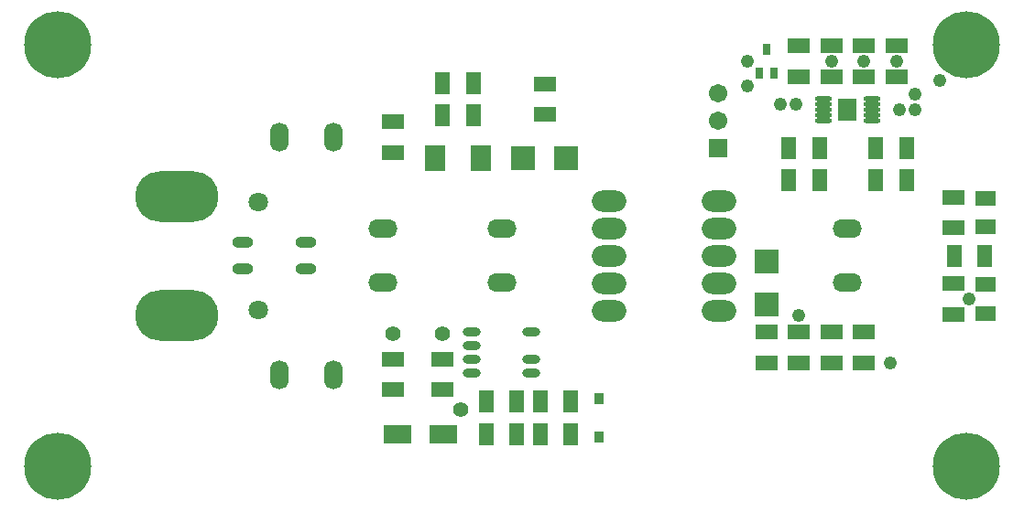
<source format=gts>
%FSLAX25Y25*%
%MOIN*%
G70*
G01*
G75*
G04 Layer_Color=8388736*
%ADD10R,0.02165X0.03150*%
%ADD11R,0.07087X0.04921*%
%ADD12O,0.05315X0.01181*%
%ADD13R,0.06181X0.07402*%
%ADD14R,0.04921X0.07087*%
%ADD15R,0.06496X0.04724*%
%ADD16R,0.02756X0.03150*%
%ADD17R,0.07874X0.07874*%
%ADD18R,0.07874X0.07874*%
%ADD19R,0.06378X0.08583*%
%ADD20O,0.06890X0.03347*%
%ADD21O,0.05709X0.02362*%
%ADD22R,0.09252X0.06299*%
%ADD23C,0.02000*%
%ADD24C,0.01000*%
%ADD25C,0.03000*%
%ADD26C,0.04000*%
%ADD27C,0.05000*%
%ADD28C,0.05906*%
%ADD29R,0.05906X0.05906*%
%ADD30C,0.23622*%
%ADD31O,0.09843X0.05906*%
%ADD32O,0.05906X0.09843*%
%ADD33C,0.06299*%
%ADD34O,0.11811X0.06890*%
%ADD35O,0.29528X0.17716*%
%ADD36C,0.04000*%
%ADD37C,0.02362*%
%ADD38C,0.04724*%
%ADD39C,0.00984*%
%ADD40C,0.00394*%
%ADD41C,0.01969*%
%ADD42C,0.02362*%
%ADD43C,0.00787*%
%ADD44R,0.02965X0.03950*%
%ADD45R,0.07887X0.05721*%
%ADD46O,0.06115X0.01981*%
%ADD47R,0.06981X0.08202*%
%ADD48R,0.05721X0.07887*%
%ADD49R,0.07296X0.05524*%
%ADD50R,0.03556X0.03950*%
%ADD51R,0.08674X0.08674*%
%ADD52R,0.08674X0.08674*%
%ADD53R,0.07178X0.09383*%
%ADD54O,0.07690X0.04147*%
%ADD55O,0.06509X0.03162*%
%ADD56R,0.10052X0.07099*%
%ADD57C,0.06706*%
%ADD58R,0.06706X0.06706*%
%ADD59C,0.24422*%
%ADD60O,0.10642X0.06706*%
%ADD61O,0.06706X0.10642*%
%ADD62C,0.07099*%
%ADD63O,0.12611X0.07690*%
%ADD64O,0.30328X0.18517*%
%ADD65C,0.04800*%
%ADD66C,0.03162*%
%ADD67C,0.05524*%
D44*
X269685Y163681D02*
D03*
X272244Y155217D02*
D03*
X267126D02*
D03*
D45*
X281496Y165059D02*
D03*
Y153839D02*
D03*
X293307D02*
D03*
Y165059D02*
D03*
X305118Y153839D02*
D03*
Y165059D02*
D03*
X316929Y153839D02*
D03*
Y165059D02*
D03*
X337598Y109941D02*
D03*
Y98721D02*
D03*
Y67224D02*
D03*
Y78445D02*
D03*
X305118Y49508D02*
D03*
Y60728D02*
D03*
X293307D02*
D03*
Y49508D02*
D03*
X281496Y49508D02*
D03*
Y60728D02*
D03*
X269685Y60728D02*
D03*
Y49508D02*
D03*
X188976Y140059D02*
D03*
Y151280D02*
D03*
X151575Y50886D02*
D03*
Y39665D02*
D03*
X133858Y50886D02*
D03*
Y39665D02*
D03*
Y137500D02*
D03*
Y126280D02*
D03*
D46*
X290453Y137795D02*
D03*
Y141732D02*
D03*
Y139764D02*
D03*
Y145669D02*
D03*
Y143701D02*
D03*
X307972D02*
D03*
Y137795D02*
D03*
Y141732D02*
D03*
Y139764D02*
D03*
Y145669D02*
D03*
D47*
X299213Y141732D02*
D03*
D48*
X277854Y116142D02*
D03*
X289075D02*
D03*
X277854Y127953D02*
D03*
X289075D02*
D03*
X309350D02*
D03*
X320571D02*
D03*
X309350Y116142D02*
D03*
X320571D02*
D03*
X337894Y88583D02*
D03*
X349114D02*
D03*
X151870Y151575D02*
D03*
X163091D02*
D03*
X151870Y139764D02*
D03*
X163091D02*
D03*
X198524Y35433D02*
D03*
X187303D02*
D03*
X178839D02*
D03*
X167618D02*
D03*
X198524Y23622D02*
D03*
X187303D02*
D03*
X178839D02*
D03*
X167618D02*
D03*
D49*
X349410Y78051D02*
D03*
Y67618D02*
D03*
Y109547D02*
D03*
Y99114D02*
D03*
D50*
X208661Y22638D02*
D03*
Y36417D02*
D03*
D51*
X269685Y86614D02*
D03*
Y70866D02*
D03*
D52*
X181102Y124016D02*
D03*
X196850D02*
D03*
D53*
X149173D02*
D03*
X165787D02*
D03*
D54*
X102067Y93504D02*
D03*
Y83662D02*
D03*
X79035Y93504D02*
D03*
Y83662D02*
D03*
D55*
X183957Y60650D02*
D03*
Y50650D02*
D03*
Y45650D02*
D03*
X162500Y50650D02*
D03*
Y60650D02*
D03*
Y55650D02*
D03*
Y45650D02*
D03*
D56*
X135236Y23622D02*
D03*
X152165D02*
D03*
D57*
X251969Y147953D02*
D03*
Y137953D02*
D03*
D58*
Y127953D02*
D03*
D59*
X342520Y11811D02*
D03*
X11811D02*
D03*
Y165354D02*
D03*
X342520D02*
D03*
D60*
X299213Y98425D02*
D03*
Y78740D02*
D03*
X129921Y78740D02*
D03*
Y98425D02*
D03*
X173228Y78740D02*
D03*
Y98425D02*
D03*
D61*
X112205Y45276D02*
D03*
X92520D02*
D03*
Y131890D02*
D03*
X112205D02*
D03*
D62*
X84646Y68898D02*
D03*
Y108268D02*
D03*
D63*
X252284Y68583D02*
D03*
Y78583D02*
D03*
Y88583D02*
D03*
Y98583D02*
D03*
Y108583D02*
D03*
X212283Y68583D02*
D03*
Y78583D02*
D03*
Y88583D02*
D03*
Y98583D02*
D03*
Y108583D02*
D03*
D64*
X55118Y66929D02*
D03*
Y110236D02*
D03*
D65*
X332677Y152559D02*
D03*
X314665Y49508D02*
D03*
X281496Y66929D02*
D03*
X293307Y159449D02*
D03*
X323819Y147638D02*
D03*
Y141732D02*
D03*
X317913D02*
D03*
X316929Y159449D02*
D03*
X305118D02*
D03*
X262795Y150591D02*
D03*
X274606Y143701D02*
D03*
X262795Y159449D02*
D03*
X343504Y72835D02*
D03*
X280512Y143701D02*
D03*
D66*
X297638Y139764D02*
D03*
X300787D02*
D03*
X297638Y143701D02*
D03*
X300787D02*
D03*
D67*
X151575Y60039D02*
D03*
X158465Y32480D02*
D03*
X133858Y60039D02*
D03*
M02*

</source>
